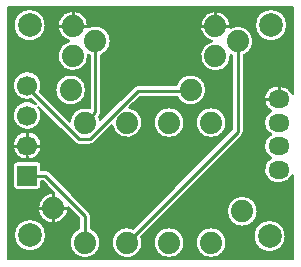
<source format=gtl>
G04 Layer: TopLayer*
G04 EasyEDA Pro v2.2.40.8, 2025-10-31 20:04:37*
G04 Gerber Generator version 0.3*
G04 Scale: 100 percent, Rotated: No, Reflected: No*
G04 Dimensions in millimeters*
G04 Leading zeros omitted, absolute positions, 4 integers and 5 decimals*
G04 Generated by one-click*
%FSLAX45Y45*%
%MOMM*%
%ADD10C,0.2032*%
%ADD11C,0.254*%
%ADD12C,2.0*%
%ADD13C,1.8796*%
%ADD14R,1.7X1.7*%
%ADD15C,1.7*%
%ADD16C,1.88*%
%ADD17O,1.8031X1.5*%
%ADD18O,1.8X1.5*%
G75*


G04 Copper Start*
G36*
G01X-61894Y2185973D02*
G01X-61894Y1448701D01*
G01X-70395Y1465381D01*
G01X-81583Y1480391D01*
G01X-95138Y1493304D01*
G01X-110673Y1503751D01*
G01X-127745Y1511434D01*
G01X-145867Y1516133D01*
G01X-164521Y1517715D01*
G01X-194521Y1517715D01*
G01X-214332Y1515929D01*
G01X-233505Y1510631D01*
G01X-251421Y1501991D01*
G01X-267504Y1490286D01*
G01X-281236Y1475896D01*
G01X-292174Y1459282D01*
G01X-299965Y1440980D01*
G01X-304359Y1421580D01*
G01X-305213Y1401707D01*
G01X-302502Y1382002D01*
G01X-296311Y1363099D01*
G01X-286840Y1345607D01*
G01X-274395Y1330090D01*
G01X-259376Y1317048D01*
G01X-242268Y1306901D01*
G01X-260077Y1296244D01*
G01X-275586Y1282454D01*
G01X-288252Y1266014D01*
G01X-297630Y1247501D01*
G01X-303392Y1227563D01*
G01X-305335Y1206901D01*
G01X-303392Y1186239D01*
G01X-297630Y1166301D01*
G01X-288252Y1147788D01*
G01X-275586Y1131348D01*
G01X-260077Y1117558D01*
G01X-242268Y1106901D01*
G01X-260077Y1096245D01*
G01X-275586Y1082455D01*
G01X-288252Y1066015D01*
G01X-297630Y1047501D01*
G01X-303392Y1027564D01*
G01X-305335Y1006901D01*
G01X-303392Y986239D01*
G01X-297630Y966302D01*
G01X-288252Y947788D01*
G01X-275586Y931348D01*
G01X-260077Y917558D01*
G01X-242268Y906902D01*
G01X-259376Y896755D01*
G01X-274395Y883713D01*
G01X-286840Y868196D01*
G01X-296311Y850704D01*
G01X-302502Y831801D01*
G01X-305213Y812095D01*
G01X-304359Y792223D01*
G01X-299965Y772823D01*
G01X-292174Y754521D01*
G01X-281236Y737907D01*
G01X-267504Y723516D01*
G01X-251421Y711812D01*
G01X-233505Y703171D01*
G01X-214332Y697873D01*
G01X-194521Y696088D01*
G01X-164521Y696088D01*
G01X-145867Y697669D01*
G01X-127745Y702369D01*
G01X-110673Y710051D01*
G01X-95138Y720498D01*
G01X-81583Y733411D01*
G01X-70395Y748422D01*
G01X-61894Y765102D01*
G01X-61894Y48514D01*
G01X-2468443Y48514D01*
G01X-2468443Y254000D01*
G01X-2421361Y254000D01*
G01X-2419508Y231646D01*
G01X-2414002Y209901D01*
G01X-2404992Y189360D01*
G01X-2392723Y170581D01*
G01X-2377531Y154078D01*
G01X-2359830Y140301D01*
G01X-2340102Y129625D01*
G01X-2318887Y122342D01*
G01X-2296762Y118650D01*
G01X-2274331Y118650D01*
G01X-2252206Y122342D01*
G01X-2230991Y129625D01*
G01X-2211263Y140301D01*
G01X-2193562Y154078D01*
G01X-2178370Y170581D01*
G01X-2166102Y189360D01*
G01X-2157091Y209901D01*
G01X-2151585Y231646D01*
G01X-2149733Y254000D01*
G01X-2149733Y254000D01*
G01X-2151585Y276354D01*
G01X-2157091Y298099D01*
G01X-2166102Y318640D01*
G01X-2178370Y337419D01*
G01X-2193562Y353922D01*
G01X-2211263Y367699D01*
G01X-2230991Y378375D01*
G01X-2252206Y385658D01*
G01X-2274331Y389350D01*
G01X-2296762Y389350D01*
G01X-2318887Y385658D01*
G01X-2340102Y378375D01*
G01X-2359830Y367699D01*
G01X-2377531Y353922D01*
G01X-2392723Y337419D01*
G01X-2404992Y318640D01*
G01X-2414002Y298099D01*
G01X-2419508Y276354D01*
G01X-2421361Y254000D01*
G01X-2468443Y254000D01*
G01X-2468443Y843870D01*
G01X-2430307Y843870D01*
G01X-2430307Y673870D01*
G01X-2428554Y662803D01*
G01X-2423467Y652819D01*
G01X-2415544Y644896D01*
G01X-2405560Y639809D01*
G01X-2394493Y638056D01*
G01X-2224494Y638056D01*
G01X-2213427Y639809D01*
G01X-2203443Y644896D01*
G01X-2195520Y652819D01*
G01X-2190433Y662803D01*
G01X-2188680Y673870D01*
G01X-2188680Y710356D01*
G01X-2179165Y710356D01*
G01X-2080944Y612135D01*
G01X-2103379Y611692D01*
G01X-2125402Y607393D01*
G01X-2146356Y599365D01*
G01X-2165614Y587848D01*
G01X-2182602Y573188D01*
G01X-2196811Y555820D01*
G01X-2207816Y536266D01*
G01X-2215290Y515108D01*
G01X-2219009Y492979D01*
G01X-2218862Y470541D01*
G01X-2214852Y448463D01*
G01X-2207101Y427405D01*
G01X-2195838Y407997D01*
G01X-2181402Y390818D01*
G01X-2164224Y376382D01*
G01X-2144815Y365120D01*
G01X-2123758Y357368D01*
G01X-2101680Y353359D01*
G01X-2079241Y353211D01*
G01X-2057112Y356930D01*
G01X-2035955Y364404D01*
G01X-2016400Y375410D01*
G01X-1999033Y389619D01*
G01X-1984372Y406606D01*
G01X-1972856Y425865D01*
G01X-1964828Y446819D01*
G01X-1960528Y468842D01*
G01X-1960086Y491277D01*
G01X-1867814Y399005D01*
G01X-1867814Y399005D01*
G01X-1867814Y310886D01*
G01X-1887747Y300779D01*
G01X-1905652Y287401D01*
G01X-1920995Y271151D01*
G01X-1933323Y252509D01*
G01X-1942271Y232028D01*
G01X-1947572Y210316D01*
G01X-1949070Y188017D01*
G01X-1946720Y165791D01*
G01X-1940592Y144298D01*
G01X-1930868Y124175D01*
G01X-1917836Y106018D01*
G01X-1901881Y90366D01*
G01X-1883479Y77684D01*
G01X-1863173Y68346D01*
G01X-1841567Y62630D01*
G01X-1819300Y60706D01*
G01X-1797033Y62630D01*
G01X-1775427Y68346D01*
G01X-1755121Y77684D01*
G01X-1736718Y90366D01*
G01X-1720764Y106018D01*
G01X-1707732Y124175D01*
G01X-1698007Y144298D01*
G01X-1691880Y165791D01*
G01X-1689530Y188017D01*
G01X-1690364Y200437D01*
G01X-1593113Y200437D01*
G01X-1592899Y178089D01*
G01X-1588854Y156108D01*
G01X-1581099Y135147D01*
G01X-1569862Y115827D01*
G01X-1555478Y98722D01*
G01X-1538373Y84337D01*
G01X-1519053Y73101D01*
G01X-1498092Y65345D01*
G01X-1476111Y61301D01*
G01X-1453763Y61087D01*
G01X-1431708Y64710D01*
G01X-1410603Y72064D01*
G01X-1391072Y82928D01*
G01X-1373694Y96983D01*
G01X-1358985Y113810D01*
G01X-1347381Y132911D01*
G01X-1339226Y153720D01*
G01X-1334762Y175619D01*
G01X-1334335Y190500D01*
G01X-1237894Y190500D01*
G01X-1235922Y167962D01*
G01X-1230066Y146108D01*
G01X-1220505Y125603D01*
G01X-1207528Y107070D01*
G01X-1191530Y91072D01*
G01X-1172997Y78095D01*
G01X-1152492Y68534D01*
G01X-1130638Y62678D01*
G01X-1108100Y60706D01*
G01X-1085561Y62678D01*
G01X-1063708Y68534D01*
G01X-1043203Y78095D01*
G01X-1024670Y91072D01*
G01X-1008672Y107070D01*
G01X-995695Y125603D01*
G01X-986133Y146108D01*
G01X-980278Y167962D01*
G01X-978306Y190500D01*
G01X-882294Y190500D01*
G01X-880322Y167962D01*
G01X-874466Y146108D01*
G01X-864905Y125603D01*
G01X-851928Y107070D01*
G01X-835930Y91072D01*
G01X-817397Y78095D01*
G01X-796892Y68534D01*
G01X-775038Y62678D01*
G01X-752500Y60706D01*
G01X-729961Y62678D01*
G01X-708108Y68534D01*
G01X-687603Y78095D01*
G01X-669070Y91072D01*
G01X-653072Y107070D01*
G01X-640095Y125603D01*
G01X-630533Y146108D01*
G01X-624678Y167962D01*
G01X-622706Y190500D01*
G01X-624678Y213038D01*
G01X-630533Y234892D01*
G01X-635890Y246380D01*
G01X-393014Y246380D01*
G01X-391162Y224026D01*
G01X-385655Y202281D01*
G01X-376645Y181740D01*
G01X-364376Y162961D01*
G01X-349184Y146458D01*
G01X-331483Y132681D01*
G01X-311756Y122005D01*
G01X-290540Y114722D01*
G01X-268415Y111030D01*
G01X-245984Y111030D01*
G01X-223860Y114722D01*
G01X-202644Y122005D01*
G01X-182917Y132681D01*
G01X-165216Y146458D01*
G01X-150024Y162961D01*
G01X-137755Y181740D01*
G01X-128745Y202281D01*
G01X-123238Y224026D01*
G01X-121386Y246380D01*
G01X-121386Y246380D01*
G01X-123238Y268734D01*
G01X-128745Y290479D01*
G01X-137755Y311020D01*
G01X-150024Y329799D01*
G01X-165216Y346302D01*
G01X-182917Y360079D01*
G01X-202644Y370755D01*
G01X-223860Y378038D01*
G01X-245984Y381730D01*
G01X-268415Y381730D01*
G01X-290540Y378038D01*
G01X-311756Y370755D01*
G01X-331483Y360079D01*
G01X-349184Y346302D01*
G01X-364376Y329799D01*
G01X-376645Y311020D01*
G01X-385655Y290479D01*
G01X-391162Y268734D01*
G01X-393014Y246380D01*
G01X-635890Y246380D01*
G01X-640095Y255397D01*
G01X-653072Y273930D01*
G01X-669070Y289928D01*
G01X-687603Y302905D01*
G01X-708108Y312466D01*
G01X-729961Y318322D01*
G01X-752500Y320294D01*
G01X-752500Y320294D01*
G01X-775038Y318322D01*
G01X-796892Y312466D01*
G01X-817397Y302905D01*
G01X-835930Y289928D01*
G01X-851928Y273930D01*
G01X-864905Y255397D01*
G01X-874466Y234892D01*
G01X-880322Y213038D01*
G01X-882294Y190500D01*
G01X-978306Y190500D01*
G01X-978306Y190500D01*
G01X-980278Y213038D01*
G01X-986133Y234892D01*
G01X-995695Y255397D01*
G01X-1008672Y273930D01*
G01X-1024670Y289928D01*
G01X-1043203Y302905D01*
G01X-1063708Y312466D01*
G01X-1085561Y318322D01*
G01X-1108100Y320294D01*
G01X-1108100Y320294D01*
G01X-1130638Y318322D01*
G01X-1152492Y312466D01*
G01X-1172997Y302905D01*
G01X-1191530Y289928D01*
G01X-1207528Y273930D01*
G01X-1220505Y255397D01*
G01X-1230066Y234892D01*
G01X-1235922Y213038D01*
G01X-1237894Y190500D01*
G01X-1334335Y190500D01*
G01X-1334120Y197960D01*
G01X-1337321Y220079D01*
G01X-1344269Y241321D01*
G01X-1129961Y455629D01*
G01X-617982Y455629D01*
G01X-616010Y433087D01*
G01X-610153Y411230D01*
G01X-600590Y390722D01*
G01X-587611Y372186D01*
G01X-571611Y356186D01*
G01X-553075Y343207D01*
G01X-532567Y333644D01*
G01X-510710Y327787D01*
G01X-488168Y325815D01*
G01X-465626Y327787D01*
G01X-443769Y333644D01*
G01X-423261Y343207D01*
G01X-404725Y356186D01*
G01X-388725Y372186D01*
G01X-375746Y390722D01*
G01X-366183Y411230D01*
G01X-360326Y433087D01*
G01X-358354Y455629D01*
G01X-360326Y478171D01*
G01X-366183Y500028D01*
G01X-375746Y520536D01*
G01X-388725Y539072D01*
G01X-404725Y555073D01*
G01X-423261Y568051D01*
G01X-443769Y577614D01*
G01X-465626Y583471D01*
G01X-488168Y585443D01*
G01X-510710Y583471D01*
G01X-532567Y577614D01*
G01X-553075Y568051D01*
G01X-571611Y555073D01*
G01X-587611Y539072D01*
G01X-600590Y520536D01*
G01X-610153Y500028D01*
G01X-616010Y478171D01*
G01X-617982Y455629D01*
G01X-617982Y455629D01*
G01X-1129961Y455629D01*
G01X-490993Y1094598D01*
G01X-483283Y1104645D01*
G01X-478437Y1116346D01*
G01X-476784Y1128902D01*
G01X-476784Y1775277D01*
G01X-457943Y1784714D01*
G01X-440877Y1797075D01*
G01X-426037Y1812035D01*
G01X-413813Y1829198D01*
G01X-404527Y1848114D01*
G01X-398425Y1868283D01*
G01X-395666Y1889174D01*
G01X-396325Y1910235D01*
G01X-400382Y1930913D01*
G01X-407732Y1950662D01*
G01X-418181Y1968960D01*
G01X-431453Y1985327D01*
G01X-447199Y1999331D01*
G01X-465003Y2010602D01*
G01X-484396Y2018844D01*
G01X-504868Y2023839D01*
G01X-525878Y2025456D01*
G01X-546872Y2023651D01*
G01X-567298Y2018474D01*
G01X-586617Y2010059D01*
G01X-586425Y2032000D01*
G01X-380314Y2032000D01*
G01X-378462Y2009646D01*
G01X-372955Y1987901D01*
G01X-363945Y1967360D01*
G01X-351676Y1948581D01*
G01X-336484Y1932078D01*
G01X-318783Y1918301D01*
G01X-299056Y1907625D01*
G01X-277840Y1900342D01*
G01X-255715Y1896650D01*
G01X-233284Y1896650D01*
G01X-211160Y1900342D01*
G01X-189944Y1907625D01*
G01X-170217Y1918301D01*
G01X-152516Y1932078D01*
G01X-137324Y1948581D01*
G01X-125055Y1967360D01*
G01X-116045Y1987901D01*
G01X-110538Y2009646D01*
G01X-108686Y2032000D01*
G01X-108686Y2032000D01*
G01X-110538Y2054354D01*
G01X-116045Y2076099D01*
G01X-125055Y2096640D01*
G01X-137324Y2115419D01*
G01X-152516Y2131922D01*
G01X-170217Y2145699D01*
G01X-189944Y2156375D01*
G01X-211160Y2163658D01*
G01X-233284Y2167350D01*
G01X-255715Y2167350D01*
G01X-277840Y2163658D01*
G01X-299056Y2156375D01*
G01X-318783Y2145699D01*
G01X-336484Y2131922D01*
G01X-351676Y2115419D01*
G01X-363945Y2096640D01*
G01X-372955Y2076099D01*
G01X-378462Y2054354D01*
G01X-380314Y2032000D01*
G01X-586425Y2032000D01*
G01X-586416Y2033001D01*
G01X-590257Y2055619D01*
G01X-598021Y2077208D01*
G01X-609465Y2097093D01*
G01X-624231Y2114652D01*
G01X-641857Y2129337D01*
G01X-661794Y2140689D01*
G01X-683419Y2148353D01*
G01X-706055Y2152091D01*
G01X-728995Y2151784D01*
G01X-751523Y2147443D01*
G01X-772935Y2139204D01*
G01X-792562Y2127323D01*
G01X-809790Y2112172D01*
G01X-824081Y2094225D01*
G01X-834989Y2074041D01*
G01X-842173Y2052253D01*
G01X-845409Y2029539D01*
G01X-844595Y2006611D01*
G01X-839757Y1984185D01*
G01X-831045Y1962961D01*
G01X-818733Y1943602D01*
G01X-803205Y1926713D01*
G01X-784946Y1912822D01*
G01X-764526Y1902363D01*
G01X-742584Y1895663D01*
G01X-764526Y1888963D01*
G01X-784946Y1878504D01*
G01X-803205Y1864613D01*
G01X-818733Y1847725D01*
G01X-831045Y1828366D01*
G01X-839757Y1807141D01*
G01X-844595Y1784715D01*
G01X-845409Y1761787D01*
G01X-842173Y1739074D01*
G01X-834989Y1717285D01*
G01X-824081Y1697102D01*
G01X-809790Y1679154D01*
G01X-792562Y1664004D01*
G01X-772935Y1652123D01*
G01X-751523Y1643883D01*
G01X-728995Y1639542D01*
G01X-706055Y1639236D01*
G01X-683419Y1642973D01*
G01X-661794Y1650638D01*
G01X-641857Y1661990D01*
G01X-624231Y1676675D01*
G01X-609465Y1694234D01*
G01X-598021Y1714118D01*
G01X-590257Y1735707D01*
G01X-586416Y1758326D01*
G01X-586617Y1781267D01*
G01X-573812Y1775277D01*
G01X-573812Y1148997D01*
G01X-1412878Y309931D01*
G01X-1412878Y309931D01*
G01X-1434121Y316879D01*
G01X-1456240Y320079D01*
G01X-1478581Y319438D01*
G01X-1500480Y314974D01*
G01X-1521289Y306819D01*
G01X-1540390Y295215D01*
G01X-1557217Y280506D01*
G01X-1571272Y263128D01*
G01X-1582136Y243597D01*
G01X-1589490Y222491D01*
G01X-1593113Y200437D01*
G01X-1690364Y200437D01*
G01X-1691028Y210316D01*
G01X-1696329Y232028D01*
G01X-1705276Y252509D01*
G01X-1717605Y271151D01*
G01X-1732948Y287401D01*
G01X-1750852Y300779D01*
G01X-1770786Y310886D01*
G01X-1770786Y419100D01*
G01X-1772439Y431656D01*
G01X-1777286Y443357D01*
G01X-1784995Y453405D01*
G01X-2124766Y793175D01*
G01X-2134813Y800885D01*
G01X-2146514Y805731D01*
G01X-2159070Y807384D01*
G01X-2188680Y807384D01*
G01X-2188680Y843870D01*
G01X-2190433Y854937D01*
G01X-2195520Y864921D01*
G01X-2203443Y872844D01*
G01X-2213427Y877931D01*
G01X-2224494Y879684D01*
G01X-2394493Y879684D01*
G01X-2405560Y877931D01*
G01X-2415544Y872844D01*
G01X-2423467Y864921D01*
G01X-2428554Y854937D01*
G01X-2430307Y843870D01*
G01X-2468443Y843870D01*
G01X-2468443Y1012870D01*
G01X-2430307Y1012870D01*
G01X-2428472Y991891D01*
G01X-2423021Y971549D01*
G01X-2414121Y952463D01*
G01X-2402042Y935213D01*
G01X-2387151Y920321D01*
G01X-2369900Y908242D01*
G01X-2350814Y899342D01*
G01X-2330473Y893892D01*
G01X-2309493Y892056D01*
G01X-2309493Y892056D01*
G01X-2288514Y893892D01*
G01X-2268173Y899342D01*
G01X-2249087Y908242D01*
G01X-2231836Y920321D01*
G01X-2216945Y935213D01*
G01X-2204866Y952463D01*
G01X-2195966Y971549D01*
G01X-2190515Y991891D01*
G01X-2188680Y1012870D01*
G01X-2190515Y1033849D01*
G01X-2195966Y1054191D01*
G01X-2204866Y1073277D01*
G01X-2216945Y1090528D01*
G01X-2231836Y1105419D01*
G01X-2249087Y1117498D01*
G01X-2268173Y1126398D01*
G01X-2288514Y1131849D01*
G01X-2309493Y1133684D01*
G01X-2330473Y1131849D01*
G01X-2350814Y1126398D01*
G01X-2369900Y1117498D01*
G01X-2387151Y1105419D01*
G01X-2402042Y1090528D01*
G01X-2414121Y1073277D01*
G01X-2423021Y1054191D01*
G01X-2428472Y1033849D01*
G01X-2430307Y1012870D01*
G01X-2468443Y1012870D01*
G01X-2468443Y1518143D01*
G01X-2430277Y1518143D01*
G01X-2427794Y1496358D01*
G01X-2421416Y1475379D01*
G01X-2411350Y1455899D01*
G01X-2397929Y1438559D01*
G01X-2381596Y1423931D01*
G01X-2362887Y1412495D01*
G01X-2342419Y1404630D01*
G01X-2320867Y1400593D01*
G01X-2298941Y1400518D01*
G01X-2277362Y1404408D01*
G01X-2234713Y1361759D01*
G01X-2252680Y1373492D01*
G01X-2272441Y1381862D01*
G01X-2293370Y1386603D01*
G01X-2314808Y1387567D01*
G01X-2336078Y1384723D01*
G01X-2356510Y1378160D01*
G01X-2375458Y1368086D01*
G01X-2392325Y1354818D01*
G01X-2406579Y1338776D01*
G01X-2417769Y1320465D01*
G01X-2425543Y1300463D01*
G01X-2429656Y1279401D01*
G01X-2429977Y1257944D01*
G01X-2426497Y1236768D01*
G01X-2419325Y1216542D01*
G01X-2408688Y1197904D01*
G01X-2394922Y1181442D01*
G01X-2378460Y1167675D01*
G01X-2359822Y1157038D01*
G01X-2339596Y1149867D01*
G01X-2318420Y1146387D01*
G01X-2296963Y1146708D01*
G01X-2275901Y1150821D01*
G01X-2255899Y1158595D01*
G01X-2237588Y1169785D01*
G01X-2221545Y1184039D01*
G01X-2208278Y1200905D01*
G01X-2198204Y1219854D01*
G01X-2191641Y1240285D01*
G01X-2188797Y1261556D01*
G01X-2189760Y1282994D01*
G01X-2194502Y1303923D01*
G01X-2202872Y1323683D01*
G01X-2214605Y1341651D01*
G01X-1905449Y1032495D01*
G01X-1895402Y1024786D01*
G01X-1883701Y1019939D01*
G01X-1871145Y1018286D01*
G01X-1780986Y1018286D01*
G01X-1780986Y1018286D01*
G01X-1768429Y1019939D01*
G01X-1756729Y1024786D01*
G01X-1746681Y1032495D01*
G01X-1592041Y1187135D01*
G01X-1586926Y1165735D01*
G01X-1578270Y1145506D01*
G01X-1566321Y1127031D01*
G01X-1551423Y1110839D01*
G01X-1534004Y1097396D01*
G01X-1514565Y1087088D01*
G01X-1493664Y1080212D01*
G01X-1471902Y1076965D01*
G01X-1449904Y1077441D01*
G01X-1428302Y1081626D01*
G01X-1407718Y1089399D01*
G01X-1388743Y1100538D01*
G01X-1371922Y1114722D01*
G01X-1357738Y1131543D01*
G01X-1346599Y1150518D01*
G01X-1338826Y1171103D01*
G01X-1334641Y1192704D01*
G01X-1334343Y1206500D01*
G01X-1237894Y1206500D01*
G01X-1235922Y1183962D01*
G01X-1230066Y1162108D01*
G01X-1220505Y1141603D01*
G01X-1207528Y1123070D01*
G01X-1191530Y1107072D01*
G01X-1172997Y1094095D01*
G01X-1152492Y1084534D01*
G01X-1130638Y1078678D01*
G01X-1108100Y1076706D01*
G01X-1085561Y1078678D01*
G01X-1063708Y1084534D01*
G01X-1043203Y1094095D01*
G01X-1024670Y1107072D01*
G01X-1008672Y1123070D01*
G01X-995695Y1141603D01*
G01X-986133Y1162108D01*
G01X-980278Y1183962D01*
G01X-978306Y1206500D01*
G01X-882294Y1206500D01*
G01X-880322Y1183962D01*
G01X-874466Y1162108D01*
G01X-864905Y1141603D01*
G01X-851928Y1123070D01*
G01X-835930Y1107072D01*
G01X-817397Y1094095D01*
G01X-796892Y1084534D01*
G01X-775038Y1078678D01*
G01X-752500Y1076706D01*
G01X-729961Y1078678D01*
G01X-708108Y1084534D01*
G01X-687603Y1094095D01*
G01X-669070Y1107072D01*
G01X-653072Y1123070D01*
G01X-640095Y1141603D01*
G01X-630533Y1162108D01*
G01X-624678Y1183962D01*
G01X-622706Y1206500D01*
G01X-624678Y1229038D01*
G01X-630533Y1250892D01*
G01X-640095Y1271397D01*
G01X-653072Y1289930D01*
G01X-669070Y1305928D01*
G01X-687603Y1318905D01*
G01X-708108Y1328466D01*
G01X-729961Y1334322D01*
G01X-752500Y1336294D01*
G01X-752500Y1336294D01*
G01X-775038Y1334322D01*
G01X-796892Y1328466D01*
G01X-817397Y1318905D01*
G01X-835930Y1305928D01*
G01X-851928Y1289930D01*
G01X-864905Y1271397D01*
G01X-874466Y1250892D01*
G01X-880322Y1229038D01*
G01X-882294Y1206500D01*
G01X-978306Y1206500D01*
G01X-980278Y1229038D01*
G01X-986133Y1250892D01*
G01X-995695Y1271397D01*
G01X-1008672Y1289930D01*
G01X-1024670Y1305928D01*
G01X-1043203Y1318905D01*
G01X-1063708Y1328466D01*
G01X-1085561Y1334322D01*
G01X-1108100Y1336294D01*
G01X-1108100Y1336294D01*
G01X-1130638Y1334322D01*
G01X-1152492Y1328466D01*
G01X-1172997Y1318905D01*
G01X-1191530Y1305928D01*
G01X-1207528Y1289930D01*
G01X-1220505Y1271397D01*
G01X-1230066Y1250892D01*
G01X-1235922Y1229038D01*
G01X-1237894Y1206500D01*
G01X-1334343Y1206500D01*
G01X-1334165Y1214702D01*
G01X-1337412Y1236464D01*
G01X-1344288Y1257365D01*
G01X-1354595Y1276804D01*
G01X-1368038Y1294223D01*
G01X-1384230Y1309121D01*
G01X-1402706Y1321070D01*
G01X-1422935Y1329726D01*
G01X-1444335Y1334841D01*
G01X-1354491Y1424686D01*
G01X-1040995Y1424686D01*
G01X-1029220Y1405704D01*
G01X-1014364Y1389021D01*
G01X-996868Y1375133D01*
G01X-977250Y1364451D01*
G01X-956090Y1357291D01*
G01X-934017Y1353864D01*
G01X-911682Y1354274D01*
G01X-889749Y1358507D01*
G01X-868866Y1366438D01*
G01X-849653Y1377832D01*
G01X-832678Y1392352D01*
G01X-818444Y1409568D01*
G01X-807372Y1428969D01*
G01X-799791Y1449981D01*
G01X-795926Y1471982D01*
G01X-795889Y1494320D01*
G01X-799684Y1516334D01*
G01X-807197Y1537370D01*
G01X-818206Y1556807D01*
G01X-832385Y1574069D01*
G01X-849313Y1588643D01*
G01X-868489Y1600100D01*
G01X-889346Y1608098D01*
G01X-911266Y1612402D01*
G01X-933599Y1612883D01*
G01X-955683Y1609528D01*
G01X-976866Y1602436D01*
G01X-996518Y1591817D01*
G01X-1014059Y1577986D01*
G01X-1028969Y1561352D01*
G01X-1040805Y1542407D01*
G01X-1049218Y1521714D01*
G01X-1374586Y1521714D01*
G01X-1387142Y1520061D01*
G01X-1398843Y1515214D01*
G01X-1408890Y1507505D01*
G01X-1690903Y1225492D01*
G01X-1694368Y1241693D01*
G01X-1699869Y1257321D01*
G01X-1697425Y1259765D01*
G01X-1689715Y1269813D01*
G01X-1684869Y1281514D01*
G01X-1683216Y1294070D01*
G01X-1683216Y1778086D01*
G01X-1664375Y1787522D01*
G01X-1647310Y1799883D01*
G01X-1632469Y1814843D01*
G01X-1620245Y1832007D01*
G01X-1610959Y1850923D01*
G01X-1604857Y1871092D01*
G01X-1602098Y1891982D01*
G01X-1602757Y1913044D01*
G01X-1606814Y1933721D01*
G01X-1614165Y1953470D01*
G01X-1624613Y1971769D01*
G01X-1637886Y1988136D01*
G01X-1653631Y2002139D01*
G01X-1671435Y2013411D01*
G01X-1690829Y2021653D01*
G01X-1711300Y2026648D01*
G01X-1732310Y2028264D01*
G01X-1753304Y2026460D01*
G01X-1773730Y2021282D01*
G01X-1793049Y2012867D01*
G01X-1792848Y2035809D01*
G01X-1796689Y2058428D01*
G01X-1804453Y2080016D01*
G01X-1815897Y2099901D01*
G01X-1830663Y2117460D01*
G01X-1848290Y2132145D01*
G01X-1868227Y2143497D01*
G01X-1889851Y2151162D01*
G01X-1912487Y2154899D01*
G01X-1935427Y2154593D01*
G01X-1957955Y2150252D01*
G01X-1979367Y2142012D01*
G01X-1998994Y2130131D01*
G01X-2016222Y2114981D01*
G01X-2030513Y2097033D01*
G01X-2041421Y2076850D01*
G01X-2048606Y2055061D01*
G01X-2051841Y2032348D01*
G01X-2051027Y2009420D01*
G01X-2046189Y1986993D01*
G01X-2037477Y1965769D01*
G01X-2025165Y1946410D01*
G01X-2009637Y1929522D01*
G01X-1991378Y1915631D01*
G01X-1970958Y1905172D01*
G01X-1949016Y1898472D01*
G01X-1970958Y1891771D01*
G01X-1991378Y1881313D01*
G01X-2009637Y1867422D01*
G01X-2025165Y1850533D01*
G01X-2037477Y1831174D01*
G01X-2046189Y1809950D01*
G01X-2051027Y1787523D01*
G01X-2051841Y1764595D01*
G01X-2048606Y1741882D01*
G01X-2041421Y1720094D01*
G01X-2030513Y1699910D01*
G01X-2016222Y1681963D01*
G01X-1998994Y1666812D01*
G01X-1979367Y1654931D01*
G01X-1957955Y1646692D01*
G01X-1935427Y1642351D01*
G01X-1912487Y1642044D01*
G01X-1889851Y1645782D01*
G01X-1868227Y1653446D01*
G01X-1848290Y1664798D01*
G01X-1830663Y1679483D01*
G01X-1815897Y1697042D01*
G01X-1804453Y1716927D01*
G01X-1796689Y1738516D01*
G01X-1792848Y1761134D01*
G01X-1793049Y1784076D01*
G01X-1780244Y1778085D01*
G01X-1780244Y1330278D01*
G01X-1799446Y1334767D01*
G01X-1819106Y1336294D01*
G01X-1838771Y1334825D01*
G01X-1857986Y1330395D01*
G01X-1876308Y1323104D01*
G01X-1893315Y1313122D01*
G01X-1908613Y1300679D01*
G01X-1921849Y1286062D01*
G01X-1932718Y1269609D01*
G01X-1940970Y1251699D01*
G01X-1946413Y1232745D01*
G01X-1948922Y1213186D01*
G01X-2201817Y1466082D01*
G01X-2194920Y1483360D01*
G01X-2071014Y1483360D01*
G01X-2069042Y1460822D01*
G01X-2063186Y1438968D01*
G01X-2053625Y1418463D01*
G01X-2040648Y1399930D01*
G01X-2024650Y1383932D01*
G01X-2006117Y1370955D01*
G01X-1985612Y1361394D01*
G01X-1963758Y1355538D01*
G01X-1941220Y1353566D01*
G01X-1918681Y1355538D01*
G01X-1896828Y1361394D01*
G01X-1876323Y1370955D01*
G01X-1857790Y1383932D01*
G01X-1841792Y1399930D01*
G01X-1828815Y1418463D01*
G01X-1819253Y1438968D01*
G01X-1813398Y1460822D01*
G01X-1811426Y1483360D01*
G01X-1811426Y1483360D01*
G01X-1813398Y1505898D01*
G01X-1819253Y1527752D01*
G01X-1828815Y1548257D01*
G01X-1841792Y1566790D01*
G01X-1857790Y1582788D01*
G01X-1876323Y1595765D01*
G01X-1896828Y1605326D01*
G01X-1918681Y1611182D01*
G01X-1941220Y1613154D01*
G01X-1963758Y1611182D01*
G01X-1985612Y1605326D01*
G01X-2006117Y1595765D01*
G01X-2024650Y1582788D01*
G01X-2040648Y1566790D01*
G01X-2053625Y1548257D01*
G01X-2063186Y1527752D01*
G01X-2069042Y1505898D01*
G01X-2071014Y1483360D01*
G01X-2194920Y1483360D01*
G01X-2193688Y1486446D01*
G01X-2189373Y1507944D01*
G01X-2189015Y1529868D01*
G01X-2192626Y1551495D01*
G01X-2200086Y1572114D01*
G01X-2211150Y1591045D01*
G01X-2225453Y1607664D01*
G01X-2242524Y1621424D01*
G01X-2261802Y1631872D01*
G01X-2282650Y1638664D01*
G01X-2304383Y1641576D01*
G01X-2326284Y1640512D01*
G01X-2347632Y1635506D01*
G01X-2367723Y1626725D01*
G01X-2385897Y1614457D01*
G01X-2401554Y1599106D01*
G01X-2414178Y1581178D01*
G01X-2423354Y1561264D01*
G01X-2428780Y1540019D01*
G01X-2430277Y1518143D01*
G01X-2468443Y1518143D01*
G01X-2468443Y2032000D01*
G01X-2425014Y2032000D01*
G01X-2423162Y2009646D01*
G01X-2417655Y1987901D01*
G01X-2408645Y1967360D01*
G01X-2396376Y1948581D01*
G01X-2381184Y1932078D01*
G01X-2363483Y1918301D01*
G01X-2343756Y1907625D01*
G01X-2322540Y1900342D01*
G01X-2300415Y1896650D01*
G01X-2277984Y1896650D01*
G01X-2255860Y1900342D01*
G01X-2234644Y1907625D01*
G01X-2214917Y1918301D01*
G01X-2197216Y1932078D01*
G01X-2182024Y1948581D01*
G01X-2169755Y1967360D01*
G01X-2160745Y1987901D01*
G01X-2155238Y2009646D01*
G01X-2153386Y2032000D01*
G01X-2153386Y2032000D01*
G01X-2155238Y2054354D01*
G01X-2160745Y2076099D01*
G01X-2169755Y2096640D01*
G01X-2182024Y2115419D01*
G01X-2197216Y2131922D01*
G01X-2214917Y2145699D01*
G01X-2234644Y2156375D01*
G01X-2255860Y2163658D01*
G01X-2277984Y2167350D01*
G01X-2300415Y2167350D01*
G01X-2322540Y2163658D01*
G01X-2343756Y2156375D01*
G01X-2363483Y2145699D01*
G01X-2381184Y2131922D01*
G01X-2396376Y2115419D01*
G01X-2408645Y2096640D01*
G01X-2417655Y2076099D01*
G01X-2423162Y2054354D01*
G01X-2425014Y2032000D01*
G01X-2468443Y2032000D01*
G01X-2468443Y2185973D01*
G01X-61894Y2185973D01*
G37*
G54D10*
G01X-61894Y2185973D02*
G01X-61894Y1448701D01*
G03X-164521Y1517715I-102628J-41800D01*
G01X-194521Y1517715D01*
G03X-242268Y1306901I0J-110814D01*
G03X-242268Y1106901I47747J-100000D01*
G03X-242268Y906902I47747J-100000D01*
G03X-194521Y696088I47747J-100000D01*
G01X-164521Y696088D01*
G03X-61894Y765102I0J110814D01*
G01X-61894Y48514D01*
G01X-2468443Y48514D01*
G01X-2468443Y2185973D01*
G01X-61894Y2185973D01*
G01X-1867814Y399005D02*
G01X-1867814Y310886D01*
G03X-1819300Y60706I48514J-120386D01*
G03X-1770786Y310886I0J129794D01*
G01X-1770786Y419100D01*
G03X-1784995Y453405I-48514J0D01*
G01X-2124766Y793175D01*
G03X-2159070Y807384I-34305J-34305D01*
G01X-2188680Y807384D01*
G01X-2188680Y843870D01*
G03X-2224494Y879684I-35814J0D01*
G01X-2394493Y879684D01*
G03X-2430307Y843870I0J-35814D01*
G01X-2430307Y673870D01*
G03X-2394493Y638056I35814J0D01*
G01X-2224494Y638056D01*
G03X-2188680Y673870I0J35814D01*
G01X-2188680Y710356D01*
G01X-2179165Y710356D01*
G01X-2080944Y612135D01*
G03X-2181402Y390818I-8666J-129524D01*
G03X-1960086Y491277I91792J91792D01*
G01X-1867814Y399005D01*
G01X-1780986Y1018286D02*
G03X-1746681Y1032495I0J48514D01*
G01X-1592041Y1187135D01*
G03X-1371922Y1114722I128341J19365D01*
G03X-1444335Y1334841I-91778J91778D01*
G01X-1354491Y1424686D01*
G01X-1040995Y1424686D01*
G03X-795889Y1494320I115775J58674D01*
G03X-1049218Y1521714I-129330J-10960D01*
G01X-1374586Y1521714D01*
G03X-1408890Y1507505I0J-48514D01*
G01X-1690903Y1225492D01*
G03X-1699869Y1257321I-128397J-18992D01*
G01X-1697425Y1259765D01*
G03X-1683216Y1294070I-34305J34305D01*
G01X-1683216Y1778086D01*
G03X-1614165Y1953470I-48514J120386D01*
G03X-1793049Y2012867I-117565J-54998D01*
G03X-1998994Y2130131I-129180J12604D01*
G03X-1949016Y1898472I76764J-104660D01*
G03X-1998994Y1666812I26786J-127000D01*
G03X-1793049Y1784076I76764J104660D01*
G03X-1780244Y1778085I61319J114396D01*
G01X-1780244Y1330278D01*
G03X-1893315Y1313122I-39056J-123778D01*
G03X-1948922Y1213186I74015J-106622D01*
G01X-2201817Y1466082D01*
G03X-2385897Y1614457I-107676J54789D01*
G03X-2277362Y1404408I76403J-93587D01*
G01X-2234713Y1361759D01*
G03X-2394922Y1181442I-74781J-94888D01*
G03X-2214605Y1341651I85428J85428D01*
G01X-1905449Y1032495D01*
G03X-1871145Y1018286I34305J34305D01*
G01X-1780986Y1018286D01*
G01X-2309493Y892056D02*
G03X-2309493Y1133684I0J120814D01*
G03X-2309493Y892056I0J-120814D01*
G01X-2153386Y2032000D02*
G03X-2425014Y2032000I-135814J0D01*
G03X-2153386Y2032000I135814J0D01*
G01X-2149733Y254000D02*
G03X-2421361Y254000I-135814J0D01*
G03X-2149733Y254000I135814J0D01*
G01X-1811426Y1483360D02*
G03X-2071014Y1483360I-129794J0D01*
G03X-1811426Y1483360I129794J0D01*
G01X-1412878Y309931D02*
G03X-1555478Y98722I-50821J-119431D01*
G03X-1344269Y241321I91778J91778D01*
G01X-490993Y1094598D01*
G03X-476784Y1128902I-34305J34305D01*
G01X-476784Y1775277D01*
G03X-407732Y1950662I-48514J120386D01*
G03X-586617Y2010059I-117565J-54998D01*
G03X-792562Y2127323I-129180J12604D01*
G03X-742584Y1895663I76764J-104660D01*
G03X-792562Y1664004I26786J-127000D01*
G03X-586617Y1781267I76764J104660D01*
G03X-573812Y1775277I61319J114396D01*
G01X-573812Y1148997D01*
G01X-1412878Y309931D01*
G01X-1108100Y320294D02*
G03X-1108100Y60706I0J-129794D01*
G03X-1108100Y320294I0J129794D01*
G01X-1108100Y1336294D02*
G03X-1108100Y1076706I0J-129794D01*
G03X-1108100Y1336294I0J129794D01*
G01X-752500Y320294D02*
G03X-752500Y60706I0J-129794D01*
G03X-752500Y320294I0J129794D01*
G01X-752500Y1336294D02*
G03X-752500Y1076706I0J-129794D01*
G03X-752500Y1336294I0J129794D01*
G01X-617982Y455629D02*
G03X-358354Y455629I129814J0D01*
G03X-617982Y455629I-129814J0D01*
G01X-121386Y246380D02*
G03X-393014Y246380I-135814J0D01*
G03X-121386Y246380I135814J0D01*
G01X-108686Y2032000D02*
G03X-380314Y2032000I-135814J0D01*
G03X-108686Y2032000I135814J0D01*
G54D11*
G01X-2309493Y928124D02*
G01X-2309493Y902216D01*
G01X-2309493Y1097616D02*
G01X-2309493Y1123524D01*
G01X-2394239Y1012870D02*
G01X-2420147Y1012870D01*
G01X-2224748Y1012870D02*
G01X-2198840Y1012870D01*
G01X-2183356Y482610D02*
G01X-2209264Y482610D01*
G01X-1995864Y482610D02*
G01X-1969956Y482610D01*
G01X-2089610Y576356D02*
G01X-2089610Y602264D01*
G01X-2089610Y388864D02*
G01X-2089610Y362956D01*
G01X-1922230Y2119197D02*
G01X-1922230Y2145105D01*
G01X-1828504Y2025471D02*
G01X-1802596Y2025471D01*
G01X-2015955Y2025471D02*
G01X-2041863Y2025471D01*
G01X-715797Y2116389D02*
G01X-715797Y2142297D01*
G01X-622072Y2022663D02*
G01X-596164Y2022663D01*
G01X-809523Y2022663D02*
G01X-835431Y2022663D01*
G01X-179521Y1481647D02*
G01X-179521Y1507555D01*
G01X-269267Y1406901D02*
G01X-295175Y1406901D01*
G04 Copper End*

G04 Pad Start*
G54D12*
G01X-2285547Y254000D03*
G01X-257200Y246380D03*
G01X-244500Y2032000D03*
G01X-2289200Y2032000D03*
G54D13*
G01X-1463700Y1206500D03*
G01X-1463700Y190500D03*
G01X-1108100Y1206500D03*
G01X-1108100Y190500D03*
G01X-925220Y1483360D03*
G01X-1941220Y1483360D03*
G01X-752500Y1206500D03*
G01X-752500Y190500D03*
G01X-1819300Y190500D03*
G01X-1819300Y1206500D03*
G54D14*
G01X-2309493Y758870D03*
G54D15*
G01X-2309493Y1012870D03*
G01X-2309493Y1266870D03*
G01X-2309493Y1520870D03*
G54D16*
G01X-488168Y455629D03*
G01X-2089610Y482610D03*
G54D18*
G01X-179521Y806902D03*
G01X-179521Y1006901D03*
G01X-179521Y1206901D03*
G01X-179521Y1406901D03*
G54D13*
G01X-1922230Y1771472D03*
G01X-1731730Y1898472D03*
G01X-1922230Y2025471D03*
G01X-715797Y1768663D03*
G01X-525298Y1895663D03*
G01X-715797Y2022663D03*
G04 Pad End*

G04 Track Start*
G54D11*
G01X-1463700Y190500D02*
G01X-525298Y1128902D01*
G01X-525298Y1895663D01*
G01X-1819300Y1206500D02*
G01X-1731730Y1294070D01*
G01X-1731730Y1898472D01*
G01X-1819300Y190500D02*
G01X-1819300Y419100D01*
G01X-2159070Y758870D01*
G01X-2309493Y758870D01*
G01X-925220Y1473200D02*
G01X-1374586Y1473200D01*
G01X-1780986Y1066800D01*
G01X-1871145Y1066800D01*
G01X-2305563Y1501218D01*
G01X-2305563Y1516940D01*
G01X-2309493Y1520870D01*
G04 Track End*

M02*


</source>
